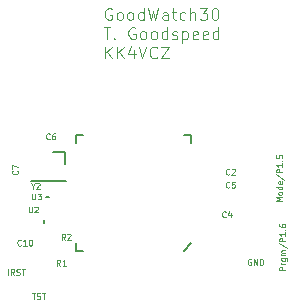
<source format=gto>
G04 #@! TF.GenerationSoftware,KiCad,Pcbnew,5.0.0+dfsg1-2*
G04 #@! TF.CreationDate,2018-09-16T15:45:03-04:00*
G04 #@! TF.ProjectId,goodwatch30,676F6F64776174636833302E6B696361,30*
G04 #@! TF.SameCoordinates,Original*
G04 #@! TF.FileFunction,Legend,Top*
G04 #@! TF.FilePolarity,Positive*
%FSLAX46Y46*%
G04 Gerber Fmt 4.6, Leading zero omitted, Abs format (unit mm)*
G04 Created by KiCad (PCBNEW 5.0.0+dfsg1-2) date Sun Sep 16 15:45:03 2018*
%MOMM*%
%LPD*%
G01*
G04 APERTURE LIST*
%ADD10C,0.125000*%
%ADD11C,0.150000*%
G04 APERTURE END LIST*
D10*
X117555047Y-82594000D02*
X117507428Y-82570190D01*
X117436000Y-82570190D01*
X117364571Y-82594000D01*
X117316952Y-82641619D01*
X117293142Y-82689238D01*
X117269333Y-82784476D01*
X117269333Y-82855904D01*
X117293142Y-82951142D01*
X117316952Y-82998761D01*
X117364571Y-83046380D01*
X117436000Y-83070190D01*
X117483619Y-83070190D01*
X117555047Y-83046380D01*
X117578857Y-83022571D01*
X117578857Y-82855904D01*
X117483619Y-82855904D01*
X117793142Y-83070190D02*
X117793142Y-82570190D01*
X118078857Y-83070190D01*
X118078857Y-82570190D01*
X118316952Y-83070190D02*
X118316952Y-82570190D01*
X118436000Y-82570190D01*
X118507428Y-82594000D01*
X118555047Y-82641619D01*
X118578857Y-82689238D01*
X118602666Y-82784476D01*
X118602666Y-82855904D01*
X118578857Y-82951142D01*
X118555047Y-82998761D01*
X118507428Y-83046380D01*
X118436000Y-83070190D01*
X118316952Y-83070190D01*
X120448190Y-83526380D02*
X119948190Y-83526380D01*
X119948190Y-83335904D01*
X119972000Y-83288285D01*
X119995809Y-83264476D01*
X120043428Y-83240666D01*
X120114857Y-83240666D01*
X120162476Y-83264476D01*
X120186285Y-83288285D01*
X120210095Y-83335904D01*
X120210095Y-83526380D01*
X120448190Y-83026380D02*
X120114857Y-83026380D01*
X120210095Y-83026380D02*
X120162476Y-83002571D01*
X120138666Y-82978761D01*
X120114857Y-82931142D01*
X120114857Y-82883523D01*
X120114857Y-82502571D02*
X120519619Y-82502571D01*
X120567238Y-82526380D01*
X120591047Y-82550190D01*
X120614857Y-82597809D01*
X120614857Y-82669238D01*
X120591047Y-82716857D01*
X120424380Y-82502571D02*
X120448190Y-82550190D01*
X120448190Y-82645428D01*
X120424380Y-82693047D01*
X120400571Y-82716857D01*
X120352952Y-82740666D01*
X120210095Y-82740666D01*
X120162476Y-82716857D01*
X120138666Y-82693047D01*
X120114857Y-82645428D01*
X120114857Y-82550190D01*
X120138666Y-82502571D01*
X120448190Y-82264476D02*
X120114857Y-82264476D01*
X120162476Y-82264476D02*
X120138666Y-82240666D01*
X120114857Y-82193047D01*
X120114857Y-82121619D01*
X120138666Y-82074000D01*
X120186285Y-82050190D01*
X120448190Y-82050190D01*
X120186285Y-82050190D02*
X120138666Y-82026380D01*
X120114857Y-81978761D01*
X120114857Y-81907333D01*
X120138666Y-81859714D01*
X120186285Y-81835904D01*
X120448190Y-81835904D01*
X119924380Y-81240666D02*
X120567238Y-81669238D01*
X120448190Y-81074000D02*
X119948190Y-81074000D01*
X119948190Y-80883523D01*
X119972000Y-80835904D01*
X119995809Y-80812095D01*
X120043428Y-80788285D01*
X120114857Y-80788285D01*
X120162476Y-80812095D01*
X120186285Y-80835904D01*
X120210095Y-80883523D01*
X120210095Y-81074000D01*
X120448190Y-80312095D02*
X120448190Y-80597809D01*
X120448190Y-80454952D02*
X119948190Y-80454952D01*
X120019619Y-80502571D01*
X120067238Y-80550190D01*
X120091047Y-80597809D01*
X120400571Y-80097809D02*
X120424380Y-80074000D01*
X120448190Y-80097809D01*
X120424380Y-80121619D01*
X120400571Y-80097809D01*
X120448190Y-80097809D01*
X119948190Y-79645428D02*
X119948190Y-79740666D01*
X119972000Y-79788285D01*
X119995809Y-79812095D01*
X120067238Y-79859714D01*
X120162476Y-79883523D01*
X120352952Y-79883523D01*
X120400571Y-79859714D01*
X120424380Y-79835904D01*
X120448190Y-79788285D01*
X120448190Y-79693047D01*
X120424380Y-79645428D01*
X120400571Y-79621619D01*
X120352952Y-79597809D01*
X120233904Y-79597809D01*
X120186285Y-79621619D01*
X120162476Y-79645428D01*
X120138666Y-79693047D01*
X120138666Y-79788285D01*
X120162476Y-79835904D01*
X120186285Y-79859714D01*
X120233904Y-79883523D01*
X120194190Y-77672476D02*
X119694190Y-77672476D01*
X120051333Y-77505809D01*
X119694190Y-77339142D01*
X120194190Y-77339142D01*
X120194190Y-77029619D02*
X120170380Y-77077238D01*
X120146571Y-77101047D01*
X120098952Y-77124857D01*
X119956095Y-77124857D01*
X119908476Y-77101047D01*
X119884666Y-77077238D01*
X119860857Y-77029619D01*
X119860857Y-76958190D01*
X119884666Y-76910571D01*
X119908476Y-76886761D01*
X119956095Y-76862952D01*
X120098952Y-76862952D01*
X120146571Y-76886761D01*
X120170380Y-76910571D01*
X120194190Y-76958190D01*
X120194190Y-77029619D01*
X120194190Y-76434380D02*
X119694190Y-76434380D01*
X120170380Y-76434380D02*
X120194190Y-76482000D01*
X120194190Y-76577238D01*
X120170380Y-76624857D01*
X120146571Y-76648666D01*
X120098952Y-76672476D01*
X119956095Y-76672476D01*
X119908476Y-76648666D01*
X119884666Y-76624857D01*
X119860857Y-76577238D01*
X119860857Y-76482000D01*
X119884666Y-76434380D01*
X120170380Y-76005809D02*
X120194190Y-76053428D01*
X120194190Y-76148666D01*
X120170380Y-76196285D01*
X120122761Y-76220095D01*
X119932285Y-76220095D01*
X119884666Y-76196285D01*
X119860857Y-76148666D01*
X119860857Y-76053428D01*
X119884666Y-76005809D01*
X119932285Y-75982000D01*
X119979904Y-75982000D01*
X120027523Y-76220095D01*
X119670380Y-75410571D02*
X120313238Y-75839142D01*
X120194190Y-75243904D02*
X119694190Y-75243904D01*
X119694190Y-75053428D01*
X119718000Y-75005809D01*
X119741809Y-74982000D01*
X119789428Y-74958190D01*
X119860857Y-74958190D01*
X119908476Y-74982000D01*
X119932285Y-75005809D01*
X119956095Y-75053428D01*
X119956095Y-75243904D01*
X120194190Y-74482000D02*
X120194190Y-74767714D01*
X120194190Y-74624857D02*
X119694190Y-74624857D01*
X119765619Y-74672476D01*
X119813238Y-74720095D01*
X119837047Y-74767714D01*
X120146571Y-74267714D02*
X120170380Y-74243904D01*
X120194190Y-74267714D01*
X120170380Y-74291523D01*
X120146571Y-74267714D01*
X120194190Y-74267714D01*
X119694190Y-73791523D02*
X119694190Y-74029619D01*
X119932285Y-74053428D01*
X119908476Y-74029619D01*
X119884666Y-73982000D01*
X119884666Y-73862952D01*
X119908476Y-73815333D01*
X119932285Y-73791523D01*
X119979904Y-73767714D01*
X120098952Y-73767714D01*
X120146571Y-73791523D01*
X120170380Y-73815333D01*
X120194190Y-73862952D01*
X120194190Y-73982000D01*
X120170380Y-74029619D01*
X120146571Y-74053428D01*
X105745154Y-61375000D02*
X105649916Y-61327380D01*
X105507059Y-61327380D01*
X105364202Y-61375000D01*
X105268964Y-61470238D01*
X105221345Y-61565476D01*
X105173726Y-61755952D01*
X105173726Y-61898809D01*
X105221345Y-62089285D01*
X105268964Y-62184523D01*
X105364202Y-62279761D01*
X105507059Y-62327380D01*
X105602297Y-62327380D01*
X105745154Y-62279761D01*
X105792773Y-62232142D01*
X105792773Y-61898809D01*
X105602297Y-61898809D01*
X106364202Y-62327380D02*
X106268964Y-62279761D01*
X106221345Y-62232142D01*
X106173726Y-62136904D01*
X106173726Y-61851190D01*
X106221345Y-61755952D01*
X106268964Y-61708333D01*
X106364202Y-61660714D01*
X106507059Y-61660714D01*
X106602297Y-61708333D01*
X106649916Y-61755952D01*
X106697535Y-61851190D01*
X106697535Y-62136904D01*
X106649916Y-62232142D01*
X106602297Y-62279761D01*
X106507059Y-62327380D01*
X106364202Y-62327380D01*
X107268964Y-62327380D02*
X107173726Y-62279761D01*
X107126107Y-62232142D01*
X107078488Y-62136904D01*
X107078488Y-61851190D01*
X107126107Y-61755952D01*
X107173726Y-61708333D01*
X107268964Y-61660714D01*
X107411821Y-61660714D01*
X107507059Y-61708333D01*
X107554678Y-61755952D01*
X107602297Y-61851190D01*
X107602297Y-62136904D01*
X107554678Y-62232142D01*
X107507059Y-62279761D01*
X107411821Y-62327380D01*
X107268964Y-62327380D01*
X108459440Y-62327380D02*
X108459440Y-61327380D01*
X108459440Y-62279761D02*
X108364202Y-62327380D01*
X108173726Y-62327380D01*
X108078488Y-62279761D01*
X108030869Y-62232142D01*
X107983250Y-62136904D01*
X107983250Y-61851190D01*
X108030869Y-61755952D01*
X108078488Y-61708333D01*
X108173726Y-61660714D01*
X108364202Y-61660714D01*
X108459440Y-61708333D01*
X108840392Y-61327380D02*
X109078488Y-62327380D01*
X109268964Y-61613095D01*
X109459440Y-62327380D01*
X109697535Y-61327380D01*
X110507059Y-62327380D02*
X110507059Y-61803571D01*
X110459440Y-61708333D01*
X110364202Y-61660714D01*
X110173726Y-61660714D01*
X110078488Y-61708333D01*
X110507059Y-62279761D02*
X110411821Y-62327380D01*
X110173726Y-62327380D01*
X110078488Y-62279761D01*
X110030869Y-62184523D01*
X110030869Y-62089285D01*
X110078488Y-61994047D01*
X110173726Y-61946428D01*
X110411821Y-61946428D01*
X110507059Y-61898809D01*
X110840392Y-61660714D02*
X111221345Y-61660714D01*
X110983250Y-61327380D02*
X110983250Y-62184523D01*
X111030869Y-62279761D01*
X111126107Y-62327380D01*
X111221345Y-62327380D01*
X111983250Y-62279761D02*
X111888011Y-62327380D01*
X111697535Y-62327380D01*
X111602297Y-62279761D01*
X111554678Y-62232142D01*
X111507059Y-62136904D01*
X111507059Y-61851190D01*
X111554678Y-61755952D01*
X111602297Y-61708333D01*
X111697535Y-61660714D01*
X111888011Y-61660714D01*
X111983250Y-61708333D01*
X112411821Y-62327380D02*
X112411821Y-61327380D01*
X112840392Y-62327380D02*
X112840392Y-61803571D01*
X112792773Y-61708333D01*
X112697535Y-61660714D01*
X112554678Y-61660714D01*
X112459440Y-61708333D01*
X112411821Y-61755952D01*
X113221345Y-61327380D02*
X113840392Y-61327380D01*
X113507059Y-61708333D01*
X113649916Y-61708333D01*
X113745154Y-61755952D01*
X113792773Y-61803571D01*
X113840392Y-61898809D01*
X113840392Y-62136904D01*
X113792773Y-62232142D01*
X113745154Y-62279761D01*
X113649916Y-62327380D01*
X113364202Y-62327380D01*
X113268964Y-62279761D01*
X113221345Y-62232142D01*
X114459440Y-61327380D02*
X114554678Y-61327380D01*
X114649916Y-61375000D01*
X114697535Y-61422619D01*
X114745154Y-61517857D01*
X114792773Y-61708333D01*
X114792773Y-61946428D01*
X114745154Y-62136904D01*
X114697535Y-62232142D01*
X114649916Y-62279761D01*
X114554678Y-62327380D01*
X114459440Y-62327380D01*
X114364202Y-62279761D01*
X114316583Y-62232142D01*
X114268964Y-62136904D01*
X114221345Y-61946428D01*
X114221345Y-61708333D01*
X114268964Y-61517857D01*
X114316583Y-61422619D01*
X114364202Y-61375000D01*
X114459440Y-61327380D01*
X105078488Y-62952380D02*
X105649916Y-62952380D01*
X105364202Y-63952380D02*
X105364202Y-62952380D01*
X105983250Y-63857142D02*
X106030869Y-63904761D01*
X105983250Y-63952380D01*
X105935630Y-63904761D01*
X105983250Y-63857142D01*
X105983250Y-63952380D01*
X107745154Y-63000000D02*
X107649916Y-62952380D01*
X107507059Y-62952380D01*
X107364202Y-63000000D01*
X107268964Y-63095238D01*
X107221345Y-63190476D01*
X107173726Y-63380952D01*
X107173726Y-63523809D01*
X107221345Y-63714285D01*
X107268964Y-63809523D01*
X107364202Y-63904761D01*
X107507059Y-63952380D01*
X107602297Y-63952380D01*
X107745154Y-63904761D01*
X107792773Y-63857142D01*
X107792773Y-63523809D01*
X107602297Y-63523809D01*
X108364202Y-63952380D02*
X108268964Y-63904761D01*
X108221345Y-63857142D01*
X108173726Y-63761904D01*
X108173726Y-63476190D01*
X108221345Y-63380952D01*
X108268964Y-63333333D01*
X108364202Y-63285714D01*
X108507059Y-63285714D01*
X108602297Y-63333333D01*
X108649916Y-63380952D01*
X108697535Y-63476190D01*
X108697535Y-63761904D01*
X108649916Y-63857142D01*
X108602297Y-63904761D01*
X108507059Y-63952380D01*
X108364202Y-63952380D01*
X109268964Y-63952380D02*
X109173726Y-63904761D01*
X109126107Y-63857142D01*
X109078488Y-63761904D01*
X109078488Y-63476190D01*
X109126107Y-63380952D01*
X109173726Y-63333333D01*
X109268964Y-63285714D01*
X109411821Y-63285714D01*
X109507059Y-63333333D01*
X109554678Y-63380952D01*
X109602297Y-63476190D01*
X109602297Y-63761904D01*
X109554678Y-63857142D01*
X109507059Y-63904761D01*
X109411821Y-63952380D01*
X109268964Y-63952380D01*
X110459440Y-63952380D02*
X110459440Y-62952380D01*
X110459440Y-63904761D02*
X110364202Y-63952380D01*
X110173726Y-63952380D01*
X110078488Y-63904761D01*
X110030869Y-63857142D01*
X109983250Y-63761904D01*
X109983250Y-63476190D01*
X110030869Y-63380952D01*
X110078488Y-63333333D01*
X110173726Y-63285714D01*
X110364202Y-63285714D01*
X110459440Y-63333333D01*
X110888011Y-63904761D02*
X110983250Y-63952380D01*
X111173726Y-63952380D01*
X111268964Y-63904761D01*
X111316583Y-63809523D01*
X111316583Y-63761904D01*
X111268964Y-63666666D01*
X111173726Y-63619047D01*
X111030869Y-63619047D01*
X110935630Y-63571428D01*
X110888011Y-63476190D01*
X110888011Y-63428571D01*
X110935630Y-63333333D01*
X111030869Y-63285714D01*
X111173726Y-63285714D01*
X111268964Y-63333333D01*
X111745154Y-63285714D02*
X111745154Y-64285714D01*
X111745154Y-63333333D02*
X111840392Y-63285714D01*
X112030869Y-63285714D01*
X112126107Y-63333333D01*
X112173726Y-63380952D01*
X112221345Y-63476190D01*
X112221345Y-63761904D01*
X112173726Y-63857142D01*
X112126107Y-63904761D01*
X112030869Y-63952380D01*
X111840392Y-63952380D01*
X111745154Y-63904761D01*
X113030869Y-63904761D02*
X112935630Y-63952380D01*
X112745154Y-63952380D01*
X112649916Y-63904761D01*
X112602297Y-63809523D01*
X112602297Y-63428571D01*
X112649916Y-63333333D01*
X112745154Y-63285714D01*
X112935630Y-63285714D01*
X113030869Y-63333333D01*
X113078488Y-63428571D01*
X113078488Y-63523809D01*
X112602297Y-63619047D01*
X113888011Y-63904761D02*
X113792773Y-63952380D01*
X113602297Y-63952380D01*
X113507059Y-63904761D01*
X113459440Y-63809523D01*
X113459440Y-63428571D01*
X113507059Y-63333333D01*
X113602297Y-63285714D01*
X113792773Y-63285714D01*
X113888011Y-63333333D01*
X113935630Y-63428571D01*
X113935630Y-63523809D01*
X113459440Y-63619047D01*
X114792773Y-63952380D02*
X114792773Y-62952380D01*
X114792773Y-63904761D02*
X114697535Y-63952380D01*
X114507059Y-63952380D01*
X114411821Y-63904761D01*
X114364202Y-63857142D01*
X114316583Y-63761904D01*
X114316583Y-63476190D01*
X114364202Y-63380952D01*
X114411821Y-63333333D01*
X114507059Y-63285714D01*
X114697535Y-63285714D01*
X114792773Y-63333333D01*
X105221345Y-65577380D02*
X105221345Y-64577380D01*
X105792773Y-65577380D02*
X105364202Y-65005952D01*
X105792773Y-64577380D02*
X105221345Y-65148809D01*
X106221345Y-65577380D02*
X106221345Y-64577380D01*
X106792773Y-65577380D02*
X106364202Y-65005952D01*
X106792773Y-64577380D02*
X106221345Y-65148809D01*
X107649916Y-64910714D02*
X107649916Y-65577380D01*
X107411821Y-64529761D02*
X107173726Y-65244047D01*
X107792773Y-65244047D01*
X108030869Y-64577380D02*
X108364202Y-65577380D01*
X108697535Y-64577380D01*
X109602297Y-65482142D02*
X109554678Y-65529761D01*
X109411821Y-65577380D01*
X109316583Y-65577380D01*
X109173726Y-65529761D01*
X109078488Y-65434523D01*
X109030869Y-65339285D01*
X108983250Y-65148809D01*
X108983250Y-65005952D01*
X109030869Y-64815476D01*
X109078488Y-64720238D01*
X109173726Y-64625000D01*
X109316583Y-64577380D01*
X109411821Y-64577380D01*
X109554678Y-64625000D01*
X109602297Y-64672619D01*
X109935630Y-64577380D02*
X110602297Y-64577380D01*
X109935630Y-65577380D01*
X110602297Y-65577380D01*
X98996571Y-85451190D02*
X99282285Y-85451190D01*
X99139428Y-85951190D02*
X99139428Y-85451190D01*
X99425142Y-85927380D02*
X99496571Y-85951190D01*
X99615619Y-85951190D01*
X99663238Y-85927380D01*
X99687047Y-85903571D01*
X99710857Y-85855952D01*
X99710857Y-85808333D01*
X99687047Y-85760714D01*
X99663238Y-85736904D01*
X99615619Y-85713095D01*
X99520380Y-85689285D01*
X99472761Y-85665476D01*
X99448952Y-85641666D01*
X99425142Y-85594047D01*
X99425142Y-85546428D01*
X99448952Y-85498809D01*
X99472761Y-85475000D01*
X99520380Y-85451190D01*
X99639428Y-85451190D01*
X99710857Y-85475000D01*
X99853714Y-85451190D02*
X100139428Y-85451190D01*
X99996571Y-85951190D02*
X99996571Y-85451190D01*
X96984428Y-83871571D02*
X97008238Y-83895380D01*
X96984428Y-83919190D01*
X96960619Y-83895380D01*
X96984428Y-83871571D01*
X96984428Y-83919190D01*
X96984428Y-83728714D02*
X96960619Y-83443000D01*
X96984428Y-83419190D01*
X97008238Y-83443000D01*
X96984428Y-83728714D01*
X96984428Y-83419190D01*
X97508238Y-83919190D02*
X97341571Y-83681095D01*
X97222523Y-83919190D02*
X97222523Y-83419190D01*
X97413000Y-83419190D01*
X97460619Y-83443000D01*
X97484428Y-83466809D01*
X97508238Y-83514428D01*
X97508238Y-83585857D01*
X97484428Y-83633476D01*
X97460619Y-83657285D01*
X97413000Y-83681095D01*
X97222523Y-83681095D01*
X97698714Y-83895380D02*
X97770142Y-83919190D01*
X97889190Y-83919190D01*
X97936809Y-83895380D01*
X97960619Y-83871571D01*
X97984428Y-83823952D01*
X97984428Y-83776333D01*
X97960619Y-83728714D01*
X97936809Y-83704904D01*
X97889190Y-83681095D01*
X97793952Y-83657285D01*
X97746333Y-83633476D01*
X97722523Y-83609666D01*
X97698714Y-83562047D01*
X97698714Y-83514428D01*
X97722523Y-83466809D01*
X97746333Y-83443000D01*
X97793952Y-83419190D01*
X97913000Y-83419190D01*
X97984428Y-83443000D01*
X98127285Y-83419190D02*
X98413000Y-83419190D01*
X98270142Y-83919190D02*
X98270142Y-83419190D01*
D11*
G04 #@! TO.C,U3*
X100215000Y-77343000D02*
X100465000Y-77343000D01*
G04 #@! TO.C,U2*
X100000000Y-79550000D02*
X100000000Y-79300000D01*
G04 #@! TO.C,Y2*
X100800000Y-73525000D02*
X101800000Y-73525000D01*
X101800000Y-73525000D02*
X101800000Y-74525000D01*
X101850000Y-75925000D02*
X98950000Y-75925000D01*
G04 #@! TO.C,U1*
X112500000Y-81250000D02*
X111850000Y-81900000D01*
X103350000Y-81900000D02*
X102700000Y-81900000D01*
X102700000Y-81900000D02*
X102700000Y-81250000D01*
X111850000Y-72100000D02*
X112500000Y-72100000D01*
X112500000Y-72100000D02*
X112500000Y-72750000D01*
X103350000Y-72100000D02*
X102700000Y-72100000D01*
X102700000Y-72100000D02*
X102700000Y-72750000D01*
G04 #@! TO.C,C2*
D10*
X115716666Y-75378571D02*
X115692857Y-75402380D01*
X115621428Y-75426190D01*
X115573809Y-75426190D01*
X115502380Y-75402380D01*
X115454761Y-75354761D01*
X115430952Y-75307142D01*
X115407142Y-75211904D01*
X115407142Y-75140476D01*
X115430952Y-75045238D01*
X115454761Y-74997619D01*
X115502380Y-74950000D01*
X115573809Y-74926190D01*
X115621428Y-74926190D01*
X115692857Y-74950000D01*
X115716666Y-74973809D01*
X115907142Y-74973809D02*
X115930952Y-74950000D01*
X115978571Y-74926190D01*
X116097619Y-74926190D01*
X116145238Y-74950000D01*
X116169047Y-74973809D01*
X116192857Y-75021428D01*
X116192857Y-75069047D01*
X116169047Y-75140476D01*
X115883333Y-75426190D01*
X116192857Y-75426190D01*
G04 #@! TO.C,C5*
X115716666Y-76478571D02*
X115692857Y-76502380D01*
X115621428Y-76526190D01*
X115573809Y-76526190D01*
X115502380Y-76502380D01*
X115454761Y-76454761D01*
X115430952Y-76407142D01*
X115407142Y-76311904D01*
X115407142Y-76240476D01*
X115430952Y-76145238D01*
X115454761Y-76097619D01*
X115502380Y-76050000D01*
X115573809Y-76026190D01*
X115621428Y-76026190D01*
X115692857Y-76050000D01*
X115716666Y-76073809D01*
X116169047Y-76026190D02*
X115930952Y-76026190D01*
X115907142Y-76264285D01*
X115930952Y-76240476D01*
X115978571Y-76216666D01*
X116097619Y-76216666D01*
X116145238Y-76240476D01*
X116169047Y-76264285D01*
X116192857Y-76311904D01*
X116192857Y-76430952D01*
X116169047Y-76478571D01*
X116145238Y-76502380D01*
X116097619Y-76526190D01*
X115978571Y-76526190D01*
X115930952Y-76502380D01*
X115907142Y-76478571D01*
G04 #@! TO.C,C6*
X100516666Y-72378571D02*
X100492857Y-72402380D01*
X100421428Y-72426190D01*
X100373809Y-72426190D01*
X100302380Y-72402380D01*
X100254761Y-72354761D01*
X100230952Y-72307142D01*
X100207142Y-72211904D01*
X100207142Y-72140476D01*
X100230952Y-72045238D01*
X100254761Y-71997619D01*
X100302380Y-71950000D01*
X100373809Y-71926190D01*
X100421428Y-71926190D01*
X100492857Y-71950000D01*
X100516666Y-71973809D01*
X100945238Y-71926190D02*
X100850000Y-71926190D01*
X100802380Y-71950000D01*
X100778571Y-71973809D01*
X100730952Y-72045238D01*
X100707142Y-72140476D01*
X100707142Y-72330952D01*
X100730952Y-72378571D01*
X100754761Y-72402380D01*
X100802380Y-72426190D01*
X100897619Y-72426190D01*
X100945238Y-72402380D01*
X100969047Y-72378571D01*
X100992857Y-72330952D01*
X100992857Y-72211904D01*
X100969047Y-72164285D01*
X100945238Y-72140476D01*
X100897619Y-72116666D01*
X100802380Y-72116666D01*
X100754761Y-72140476D01*
X100730952Y-72164285D01*
X100707142Y-72211904D01*
G04 #@! TO.C,C7*
X97778571Y-75083333D02*
X97802380Y-75107142D01*
X97826190Y-75178571D01*
X97826190Y-75226190D01*
X97802380Y-75297619D01*
X97754761Y-75345238D01*
X97707142Y-75369047D01*
X97611904Y-75392857D01*
X97540476Y-75392857D01*
X97445238Y-75369047D01*
X97397619Y-75345238D01*
X97350000Y-75297619D01*
X97326190Y-75226190D01*
X97326190Y-75178571D01*
X97350000Y-75107142D01*
X97373809Y-75083333D01*
X97326190Y-74916666D02*
X97326190Y-74583333D01*
X97826190Y-74797619D01*
G04 #@! TO.C,C10*
X98078571Y-81378571D02*
X98054761Y-81402380D01*
X97983333Y-81426190D01*
X97935714Y-81426190D01*
X97864285Y-81402380D01*
X97816666Y-81354761D01*
X97792857Y-81307142D01*
X97769047Y-81211904D01*
X97769047Y-81140476D01*
X97792857Y-81045238D01*
X97816666Y-80997619D01*
X97864285Y-80950000D01*
X97935714Y-80926190D01*
X97983333Y-80926190D01*
X98054761Y-80950000D01*
X98078571Y-80973809D01*
X98554761Y-81426190D02*
X98269047Y-81426190D01*
X98411904Y-81426190D02*
X98411904Y-80926190D01*
X98364285Y-80997619D01*
X98316666Y-81045238D01*
X98269047Y-81069047D01*
X98864285Y-80926190D02*
X98911904Y-80926190D01*
X98959523Y-80950000D01*
X98983333Y-80973809D01*
X99007142Y-81021428D01*
X99030952Y-81116666D01*
X99030952Y-81235714D01*
X99007142Y-81330952D01*
X98983333Y-81378571D01*
X98959523Y-81402380D01*
X98911904Y-81426190D01*
X98864285Y-81426190D01*
X98816666Y-81402380D01*
X98792857Y-81378571D01*
X98769047Y-81330952D01*
X98745238Y-81235714D01*
X98745238Y-81116666D01*
X98769047Y-81021428D01*
X98792857Y-80973809D01*
X98816666Y-80950000D01*
X98864285Y-80926190D01*
G04 #@! TO.C,R1*
X101416666Y-83126190D02*
X101250000Y-82888095D01*
X101130952Y-83126190D02*
X101130952Y-82626190D01*
X101321428Y-82626190D01*
X101369047Y-82650000D01*
X101392857Y-82673809D01*
X101416666Y-82721428D01*
X101416666Y-82792857D01*
X101392857Y-82840476D01*
X101369047Y-82864285D01*
X101321428Y-82888095D01*
X101130952Y-82888095D01*
X101892857Y-83126190D02*
X101607142Y-83126190D01*
X101750000Y-83126190D02*
X101750000Y-82626190D01*
X101702380Y-82697619D01*
X101654761Y-82745238D01*
X101607142Y-82769047D01*
G04 #@! TO.C,R2*
X101816666Y-80926190D02*
X101650000Y-80688095D01*
X101530952Y-80926190D02*
X101530952Y-80426190D01*
X101721428Y-80426190D01*
X101769047Y-80450000D01*
X101792857Y-80473809D01*
X101816666Y-80521428D01*
X101816666Y-80592857D01*
X101792857Y-80640476D01*
X101769047Y-80664285D01*
X101721428Y-80688095D01*
X101530952Y-80688095D01*
X102007142Y-80473809D02*
X102030952Y-80450000D01*
X102078571Y-80426190D01*
X102197619Y-80426190D01*
X102245238Y-80450000D01*
X102269047Y-80473809D01*
X102292857Y-80521428D01*
X102292857Y-80569047D01*
X102269047Y-80640476D01*
X101983333Y-80926190D01*
X102292857Y-80926190D01*
G04 #@! TO.C,U3*
X99019047Y-77026190D02*
X99019047Y-77430952D01*
X99042857Y-77478571D01*
X99066666Y-77502380D01*
X99114285Y-77526190D01*
X99209523Y-77526190D01*
X99257142Y-77502380D01*
X99280952Y-77478571D01*
X99304761Y-77430952D01*
X99304761Y-77026190D01*
X99495238Y-77026190D02*
X99804761Y-77026190D01*
X99638095Y-77216666D01*
X99709523Y-77216666D01*
X99757142Y-77240476D01*
X99780952Y-77264285D01*
X99804761Y-77311904D01*
X99804761Y-77430952D01*
X99780952Y-77478571D01*
X99757142Y-77502380D01*
X99709523Y-77526190D01*
X99566666Y-77526190D01*
X99519047Y-77502380D01*
X99495238Y-77478571D01*
G04 #@! TO.C,U2*
X98719047Y-78126190D02*
X98719047Y-78530952D01*
X98742857Y-78578571D01*
X98766666Y-78602380D01*
X98814285Y-78626190D01*
X98909523Y-78626190D01*
X98957142Y-78602380D01*
X98980952Y-78578571D01*
X99004761Y-78530952D01*
X99004761Y-78126190D01*
X99219047Y-78173809D02*
X99242857Y-78150000D01*
X99290476Y-78126190D01*
X99409523Y-78126190D01*
X99457142Y-78150000D01*
X99480952Y-78173809D01*
X99504761Y-78221428D01*
X99504761Y-78269047D01*
X99480952Y-78340476D01*
X99195238Y-78626190D01*
X99504761Y-78626190D01*
G04 #@! TO.C,Y2*
X99061904Y-76388095D02*
X99061904Y-76626190D01*
X98895238Y-76126190D02*
X99061904Y-76388095D01*
X99228571Y-76126190D01*
X99371428Y-76173809D02*
X99395238Y-76150000D01*
X99442857Y-76126190D01*
X99561904Y-76126190D01*
X99609523Y-76150000D01*
X99633333Y-76173809D01*
X99657142Y-76221428D01*
X99657142Y-76269047D01*
X99633333Y-76340476D01*
X99347619Y-76626190D01*
X99657142Y-76626190D01*
G04 #@! TO.C,C4*
X115416666Y-78978571D02*
X115392857Y-79002380D01*
X115321428Y-79026190D01*
X115273809Y-79026190D01*
X115202380Y-79002380D01*
X115154761Y-78954761D01*
X115130952Y-78907142D01*
X115107142Y-78811904D01*
X115107142Y-78740476D01*
X115130952Y-78645238D01*
X115154761Y-78597619D01*
X115202380Y-78550000D01*
X115273809Y-78526190D01*
X115321428Y-78526190D01*
X115392857Y-78550000D01*
X115416666Y-78573809D01*
X115845238Y-78692857D02*
X115845238Y-79026190D01*
X115726190Y-78502380D02*
X115607142Y-78859523D01*
X115916666Y-78859523D01*
G04 #@! TD*
M02*

</source>
